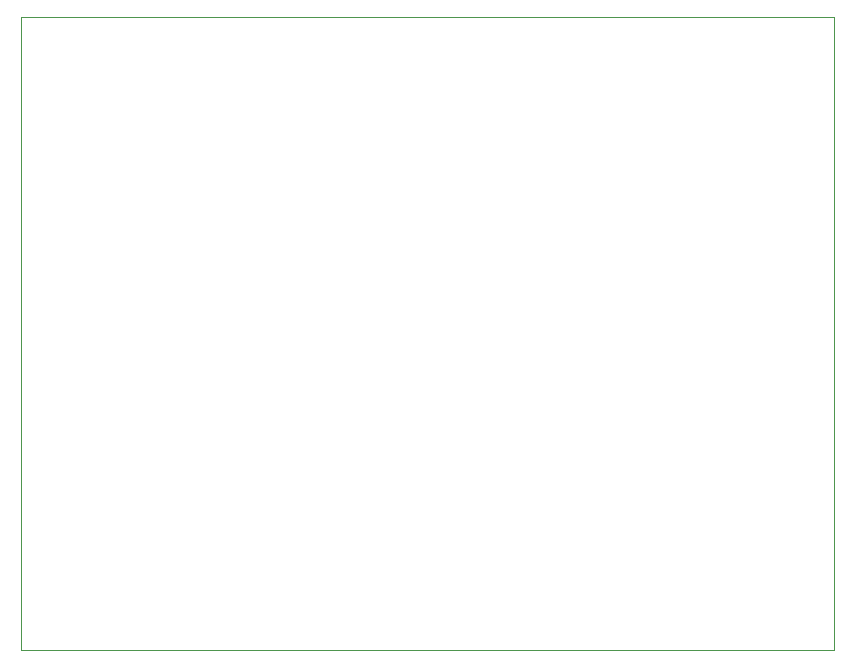
<source format=gbr>
%TF.GenerationSoftware,KiCad,Pcbnew,7.0.10*%
%TF.CreationDate,2024-04-13T12:41:34+02:00*%
%TF.ProjectId,jeopardy_pcb,6a656f70-6172-4647-995f-7063622e6b69,rev?*%
%TF.SameCoordinates,Original*%
%TF.FileFunction,Profile,NP*%
%FSLAX46Y46*%
G04 Gerber Fmt 4.6, Leading zero omitted, Abs format (unit mm)*
G04 Created by KiCad (PCBNEW 7.0.10) date 2024-04-13 12:41:34*
%MOMM*%
%LPD*%
G01*
G04 APERTURE LIST*
%TA.AperFunction,Profile*%
%ADD10C,0.100000*%
%TD*%
G04 APERTURE END LIST*
D10*
X55753000Y-69850000D02*
X124587000Y-69850000D01*
X124587000Y-123444000D01*
X55753000Y-123444000D01*
X55753000Y-69850000D01*
M02*

</source>
